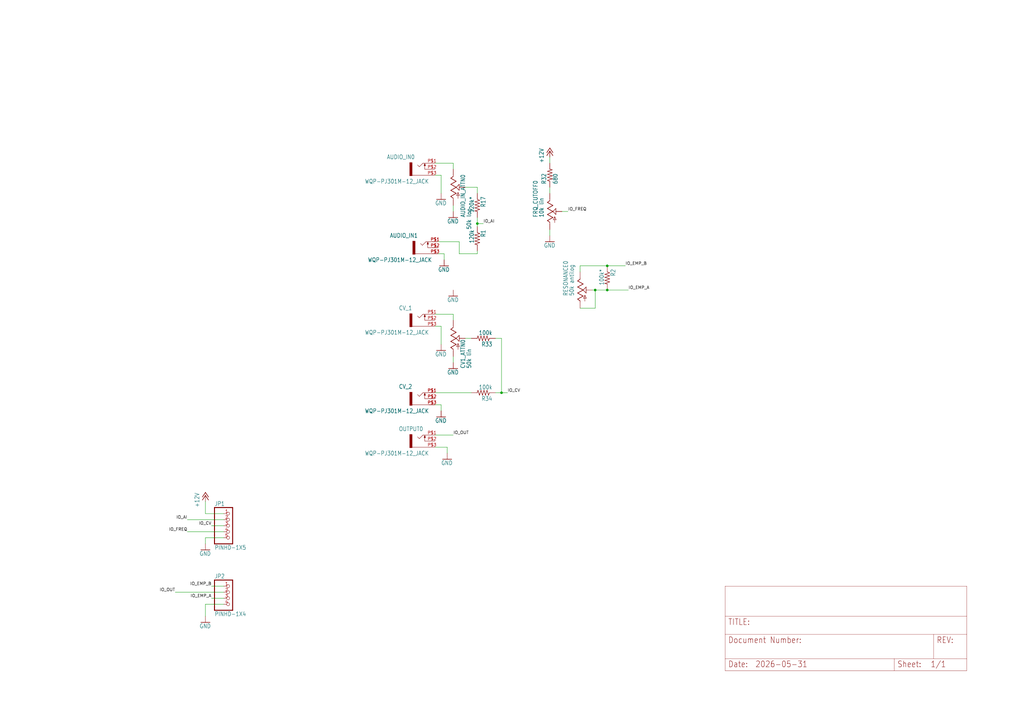
<source format=kicad_sch>
(kicad_sch (version 20231120) (generator "eeschema") (generator_version "8.0")
  (paper "User" 430.454 302.311)
  (lib_symbols
    (symbol "ioboard-eagle-import:+12V" (power)
      (symbol "+12V_1_0"
        (polyline (pts (xy 0 0) (xy -1.27 -1.905)) (stroke (width 0.254)))
        (polyline (pts (xy 0 1.27) (xy -1.27 -0.635)) (stroke (width 0.254)))
        (polyline (pts (xy 1.27 -1.905) (xy 0 0)) (stroke (width 0.254)))
        (polyline (pts (xy 1.27 -0.635) (xy 0 1.27)) (stroke (width 0.254)))
        (pin power_in line (at 0 -2.54 90) (length 2.54) (name "+12V") (number "1"))
      )
    )
    (symbol "ioboard-eagle-import:ALPHA-9MMA"
      (property "Reference" "R" (at -5.08 -2.54 90))
      (symbol "ALPHA-9MMA_1_0"
        (polyline (pts (xy -1.016 -3.81) (xy 1.27 -2.54)) (stroke (width 0.254)))
        (polyline (pts (xy -1.016 -1.27) (xy 1.27 0)) (stroke (width 0.254)))
        (polyline (pts (xy -1.016 1.27) (xy 1.27 2.54)) (stroke (width 0.254)))
        (polyline (pts (xy -1.016 3.81) (xy 0 4.572)) (stroke (width 0.254)))
        (polyline (pts (xy 0 -5.08) (xy 0 -4.572)) (stroke (width 0.1524)))
        (polyline (pts (xy 0 -4.572) (xy -1.016 -3.81)) (stroke (width 0.254)))
        (polyline (pts (xy 0 4.572) (xy 0 5.08)) (stroke (width 0.1524)))
        (polyline (pts (xy 1.27 -2.54) (xy -1.016 -1.27)) (stroke (width 0.254)))
        (polyline (pts (xy 1.27 0) (xy -1.016 1.27)) (stroke (width 0.254)))
        (polyline (pts (xy 1.27 0) (xy 2.54 1.27)) (stroke (width 0.2032)))
        (polyline (pts (xy 1.27 2.54) (xy -1.016 3.81)) (stroke (width 0.254)))
        (polyline (pts (xy 1.397 -3.429) (xy 2.032 -2.159)) (stroke (width 0.1524)))
        (polyline (pts (xy 2.032 -4.699) (xy 2.032 -2.159)) (stroke (width 0.1524)))
        (polyline (pts (xy 2.032 -2.159) (xy 2.667 -3.429)) (stroke (width 0.1524)))
        (polyline (pts (xy 2.54 -1.27) (xy 1.27 0)) (stroke (width 0.2032)))
        (polyline (pts (xy 2.54 1.27) (xy 2.54 -1.27)) (stroke (width 0.2032)))
        (polyline (pts (xy 2.667 -3.429) (xy 1.397 -3.429)) (stroke (width 0.1524)))
        (pin passive line (at 0 -7.62 90) (length 2.54) (name "A") (number "1"))
        (pin passive line (at 5.08 0 180) (length 2.54) (name "S") (number "2"))
        (pin passive line (at 0 7.62 270) (length 2.54) (name "E") (number "3"))
      )
    )
    (symbol "ioboard-eagle-import:DINA3_L"
      (symbol "DINA3_L_1_0"
        (polyline (pts (xy 0 0) (xy 388.62 0) (xy 388.62 264.16) (xy 0 264.16) (xy 0 0)))
      )
      (symbol "DINA3_L_2_0"
        (polyline (pts (xy 0 0) (xy 0 5.08)) (stroke (width 0.1016)))
        (polyline (pts (xy 0 0) (xy 71.12 0)) (stroke (width 0.1016)))
        (polyline (pts (xy 0 5.08) (xy 0 15.24)) (stroke (width 0.1016)))
        (polyline (pts (xy 0 5.08) (xy 71.12 5.08)) (stroke (width 0.1016)))
        (polyline (pts (xy 0 15.24) (xy 0 22.86)) (stroke (width 0.1016)))
        (polyline (pts (xy 0 22.86) (xy 0 35.56)) (stroke (width 0.1016)))
        (polyline (pts (xy 0 22.86) (xy 101.6 22.86)) (stroke (width 0.1016)))
        (polyline (pts (xy 71.12 0) (xy 101.6 0)) (stroke (width 0.1016)))
        (polyline (pts (xy 71.12 5.08) (xy 71.12 0)) (stroke (width 0.1016)))
        (polyline (pts (xy 71.12 5.08) (xy 87.63 5.08)) (stroke (width 0.1016)))
        (polyline (pts (xy 87.63 5.08) (xy 101.6 5.08)) (stroke (width 0.1016)))
        (polyline (pts (xy 87.63 15.24) (xy 0 15.24)) (stroke (width 0.1016)))
        (polyline (pts (xy 87.63 15.24) (xy 87.63 5.08)) (stroke (width 0.1016)))
        (polyline (pts (xy 101.6 5.08) (xy 101.6 0)) (stroke (width 0.1016)))
        (polyline (pts (xy 101.6 15.24) (xy 87.63 15.24)) (stroke (width 0.1016)))
        (polyline (pts (xy 101.6 15.24) (xy 101.6 5.08)) (stroke (width 0.1016)))
        (polyline (pts (xy 101.6 22.86) (xy 101.6 15.24)) (stroke (width 0.1016)))
        (polyline (pts (xy 101.6 35.56) (xy 0 35.56)) (stroke (width 0.1016)))
        (polyline (pts (xy 101.6 35.56) (xy 101.6 22.86)) (stroke (width 0.1016)))
        (text "${#}/${##}" (at 86.36 1.27 0) (effects (font (size 2.54 2.159)) (justify left bottom)))
        (text "${CURRENT_DATE}" (at 12.7 1.27 0) (effects (font (size 2.54 2.159)) (justify left bottom)))
        (text "${PROJECTNAME}" (at 17.78 19.05 0) (effects (font (size 2.54 2.159)) (justify left bottom)))
        (text "Date:" (at 1.27 1.27 0) (effects (font (size 2.54 2.159)) (justify left bottom)))
        (text "Document Number:" (at 1.27 11.43 0) (effects (font (size 2.54 2.159)) (justify left bottom)))
        (text "REV:" (at 88.9 11.43 0) (effects (font (size 2.54 2.159)) (justify left bottom)))
        (text "Sheet:" (at 72.39 1.27 0) (effects (font (size 2.54 2.159)) (justify left bottom)))
        (text "TITLE:" (at 1.27 19.05 0) (effects (font (size 2.54 2.159)) (justify left bottom)))
      )
    )
    (symbol "ioboard-eagle-import:GND" (power)
      (symbol "GND_1_0"
        (polyline (pts (xy -1.905 0) (xy 1.905 0)) (stroke (width 0.254)))
        (pin power_in line (at 0 2.54 270) (length 2.54) (name "GND") (number "1"))
      )
    )
    (symbol "ioboard-eagle-import:PINHD-1X4"
      (property "Reference" "JP" (at -6.35 8.255 0))
      (symbol "PINHD-1X4_1_0"
        (polyline (pts (xy -6.35 -5.08) (xy 1.27 -5.08)) (stroke (width 0.4064)))
        (polyline (pts (xy -6.35 7.62) (xy -6.35 -5.08)) (stroke (width 0.4064)))
        (polyline (pts (xy 1.27 -5.08) (xy 1.27 7.62)) (stroke (width 0.4064)))
        (polyline (pts (xy 1.27 7.62) (xy -6.35 7.62)) (stroke (width 0.4064)))
        (pin passive inverted (at -2.54 5.08 0) (length 2.54) (name "1") (number "1"))
        (pin passive inverted (at -2.54 2.54 0) (length 2.54) (name "2") (number "2"))
        (pin passive inverted (at -2.54 0 0) (length 2.54) (name "3") (number "3"))
        (pin passive inverted (at -2.54 -2.54 0) (length 2.54) (name "4") (number "4"))
      )
    )
    (symbol "ioboard-eagle-import:PINHD-1X5"
      (property "Reference" "JP" (at -6.35 8.255 0))
      (symbol "PINHD-1X5_1_0"
        (polyline (pts (xy -6.35 -7.62) (xy 1.27 -7.62)) (stroke (width 0.4064)))
        (polyline (pts (xy -6.35 7.62) (xy -6.35 -7.62)) (stroke (width 0.4064)))
        (polyline (pts (xy 1.27 -7.62) (xy 1.27 7.62)) (stroke (width 0.4064)))
        (polyline (pts (xy 1.27 7.62) (xy -6.35 7.62)) (stroke (width 0.4064)))
        (pin passive inverted (at -2.54 5.08 0) (length 2.54) (name "1") (number "1"))
        (pin passive inverted (at -2.54 2.54 0) (length 2.54) (name "2") (number "2"))
        (pin passive inverted (at -2.54 0 0) (length 2.54) (name "3") (number "3"))
        (pin passive inverted (at -2.54 -2.54 0) (length 2.54) (name "4") (number "4"))
        (pin passive inverted (at -2.54 -5.08 0) (length 2.54) (name "5") (number "5"))
      )
    )
    (symbol "ioboard-eagle-import:R-US_0204/7"
      (property "Reference" "R" (at -3.81 1.4986 0))
      (symbol "R-US_0204/7_1_0"
        (polyline (pts (xy -2.54 0) (xy -2.159 1.016)) (stroke (width 0.2032)))
        (polyline (pts (xy -2.159 1.016) (xy -1.524 -1.016)) (stroke (width 0.2032)))
        (polyline (pts (xy -1.524 -1.016) (xy -0.889 1.016)) (stroke (width 0.2032)))
        (polyline (pts (xy -0.889 1.016) (xy -0.254 -1.016)) (stroke (width 0.2032)))
        (polyline (pts (xy -0.254 -1.016) (xy 0.381 1.016)) (stroke (width 0.2032)))
        (polyline (pts (xy 0.381 1.016) (xy 1.016 -1.016)) (stroke (width 0.2032)))
        (polyline (pts (xy 1.016 -1.016) (xy 1.651 1.016)) (stroke (width 0.2032)))
        (polyline (pts (xy 1.651 1.016) (xy 2.286 -1.016)) (stroke (width 0.2032)))
        (polyline (pts (xy 2.286 -1.016) (xy 2.54 0)) (stroke (width 0.2032)))
        (pin passive line (at -5.08 0 0) (length 2.54) (name "1") (number "1"))
        (pin passive line (at 5.08 0 180) (length 2.54) (name "2") (number "2"))
      )
    )
    (symbol "ioboard-eagle-import:WQP-PJ301M-12_JACK"
      (symbol "WQP-PJ301M-12_JACK_1_0"
        (polyline (pts (xy -2.54 -2.54) (xy 4.572 -2.54)) (stroke (width 0.1524)))
        (polyline (pts (xy -2.54 0) (xy -0.762 0)) (stroke (width 0.1524)))
        (polyline (pts (xy -2.54 2.54) (xy 0 2.54)) (stroke (width 0.1524)))
        (polyline (pts (xy -1.016 1.524) (xy -0.508 1.524)) (stroke (width 0.254)))
        (polyline (pts (xy -0.762 0) (xy -0.762 2.286)) (stroke (width 0.1524)))
        (polyline (pts (xy -0.762 2.286) (xy -1.016 1.524)) (stroke (width 0.254)))
        (polyline (pts (xy -0.508 1.524) (xy -0.762 2.286)) (stroke (width 0.254)))
        (polyline (pts (xy 0 2.54) (xy 1.524 1.016)) (stroke (width 0.1524)))
        (polyline (pts (xy 1.524 1.016) (xy 2.286 1.778)) (stroke (width 0.1524)))
        (rectangle (start 4.572 2.794) (end 5.588 -2.794) (fill (type outline)))
        (pin passive line (at -5.08 2.54 0) (length 2.54) (name "2") (number "P$1"))
        (pin passive line (at -5.08 0 0) (length 2.54) (name "3") (number "P$2"))
        (pin passive line (at -5.08 -2.54 0) (length 2.54) (name "1") (number "P$3"))
      )
    )
  )
  (junction (at 255.27 121.92))
  (junction (at 210.82 165.1))
  (junction (at 255.27 111.76))
  (junction (at 250.19 121.92))
  (junction (at 200.66 93.98))
  (wire (pts (xy 182.88 182.88) (xy 190.5 182.88)) (stroke (width 0.1524)))
  (wire (pts (xy 231.14 99.06) (xy 231.14 96.52)) (stroke (width 0.1524)))
  (wire (pts (xy 93.98 254) (xy 86.36 254)) (stroke (width 0.1524)))
  (wire (pts (xy 182.88 68.58) (xy 190.5 68.58)) (stroke (width 0.1524)))
  (wire (pts (xy 86.36 226.06) (xy 86.36 228.6)) (stroke (width 0.1524)))
  (wire (pts (xy 210.82 165.1) (xy 210.82 142.24)) (stroke (width 0.1524)))
  (wire (pts (xy 93.98 246.38) (xy 88.9 246.38)) (stroke (width 0.1524)))
  (wire (pts (xy 200.66 93.98) (xy 200.66 91.44)) (stroke (width 0.1524)))
  (wire (pts (xy 243.84 129.54) (xy 250.19 129.54)))
  (wire (pts (xy 255.27 121.92) (xy 264.16 121.92)) (stroke (width 0.1524)))
  (wire (pts (xy 86.36 254) (xy 86.36 259.08)) (stroke (width 0.1524)))
  (wire (pts (xy 195.58 142.24) (xy 198.12 142.24)) (stroke (width 0.1524)))
  (wire (pts (xy 93.98 215.9) (xy 86.36 215.9)) (stroke (width 0.1524)))
  (wire (pts (xy 190.5 68.58) (xy 190.5 71.12)) (stroke (width 0.1524)))
  (wire (pts (xy 185.42 73.66) (xy 185.42 81.28)) (stroke (width 0.1524)))
  (wire (pts (xy 200.66 93.98) (xy 203.2 93.98)) (stroke (width 0.1524)))
  (wire (pts (xy 93.98 220.98) (xy 88.9 220.98)) (stroke (width 0.1524)))
  (wire (pts (xy 255.27 111.76) (xy 262.89 111.76)) (stroke (width 0.1524)))
  (wire (pts (xy 231.14 81.28) (xy 231.14 78.74)) (stroke (width 0.1524)))
  (wire (pts (xy 243.84 114.3) (xy 243.84 111.76)) (stroke (width 0.1524)))
  (wire (pts (xy 236.22 88.9) (xy 238.76 88.9)) (stroke (width 0.1524)))
  (wire (pts (xy 208.28 142.24) (xy 210.82 142.24)) (stroke (width 0.1524)))
  (wire (pts (xy 93.98 251.46) (xy 88.9 251.46)) (stroke (width 0.1524)))
  (wire (pts (xy 182.88 132.08) (xy 190.5 132.08)) (stroke (width 0.1524)))
  (wire (pts (xy 200.66 93.98) (xy 200.66 95.25)))
  (wire (pts (xy 93.98 226.06) (xy 86.36 226.06)) (stroke (width 0.1524)))
  (wire (pts (xy 182.88 170.18) (xy 185.42 170.18)) (stroke (width 0.1524)))
  (wire (pts (xy 198.12 165.1) (xy 182.88 165.1)) (stroke (width 0.1524)))
  (wire (pts (xy 208.28 165.1) (xy 210.82 165.1)) (stroke (width 0.1524)))
  (wire (pts (xy 248.92 121.92) (xy 250.19 121.92)) (stroke (width 0.1524)))
  (wire (pts (xy 182.88 187.96) (xy 187.96 187.96)) (stroke (width 0.1524)))
  (wire (pts (xy 187.96 187.96) (xy 187.96 190.5)) (stroke (width 0.1524)))
  (wire (pts (xy 182.88 73.66) (xy 185.42 73.66)) (stroke (width 0.1524)))
  (wire (pts (xy 93.98 248.92) (xy 73.66 248.92)) (stroke (width 0.1524)))
  (wire (pts (xy 200.66 106.68) (xy 200.66 105.41)))
  (wire (pts (xy 195.58 78.74) (xy 200.66 78.74)) (stroke (width 0.1524)))
  (wire (pts (xy 185.42 137.16) (xy 185.42 144.78)) (stroke (width 0.1524)))
  (wire (pts (xy 193.04 101.6) (xy 193.04 106.68)))
  (wire (pts (xy 231.14 68.58) (xy 231.14 66.04)) (stroke (width 0.1524)))
  (wire (pts (xy 190.5 86.36) (xy 190.5 88.9)) (stroke (width 0.1524)))
  (wire (pts (xy 250.19 129.54) (xy 250.19 121.92)))
  (wire (pts (xy 184.15 106.68) (xy 186.69 106.68)))
  (wire (pts (xy 190.5 132.08) (xy 190.5 134.62)) (stroke (width 0.1524)))
  (wire (pts (xy 190.5 152.4) (xy 190.5 149.86)) (stroke (width 0.1524)))
  (wire (pts (xy 185.42 170.18) (xy 185.42 172.72)) (stroke (width 0.1524)))
  (wire (pts (xy 93.98 218.44) (xy 78.74 218.44)) (stroke (width 0.1524)))
  (wire (pts (xy 250.19 121.92) (xy 255.27 121.92)) (stroke (width 0.1524)))
  (wire (pts (xy 184.15 101.6) (xy 193.04 101.6)))
  (wire (pts (xy 210.82 165.1) (xy 213.36 165.1)) (stroke (width 0.1524)))
  (wire (pts (xy 78.74 223.52) (xy 93.98 223.52)) (stroke (width 0.1524)))
  (wire (pts (xy 200.66 78.74) (xy 200.66 81.28)) (stroke (width 0.1524)))
  (wire (pts (xy 186.69 106.68) (xy 186.69 109.22)))
  (wire (pts (xy 182.88 137.16) (xy 185.42 137.16)) (stroke (width 0.1524)))
  (wire (pts (xy 193.04 106.68) (xy 200.66 106.68)))
  (wire (pts (xy 243.84 111.76) (xy 255.27 111.76)) (stroke (width 0.1524)))
  (wire (pts (xy 86.36 215.9) (xy 86.36 210.82)) (stroke (width 0.1524)))
  (label "IO_EMP_A" (at 88.9 251.46 180) (effects (font (size 1.2446 1.2446))))
  (label "IO_CV" (at 213.36 165.1 0) (effects (font (size 1.2446 1.2446))))
  (label "IO_EMP_B" (at 262.89 111.76 0) (effects (font (size 1.2446 1.2446))))
  (label "IO_AI" (at 203.2 93.98 0) (effects (font (size 1.2446 1.2446))))
  (label "IO_CV" (at 88.9 220.98 180) (effects (font (size 1.2446 1.2446))))
  (label "IO_FREQ" (at 78.74 223.52 180) (effects (font (size 1.2446 1.2446))))
  (label "IO_OUT" (at 190.5 182.88 0) (effects (font (size 1.2446 1.2446))))
  (label "IO_AI" (at 78.74 218.44 180) (effects (font (size 1.2446 1.2446))))
  (label "IO_EMP_B" (at 88.9 246.38 180) (effects (font (size 1.2446 1.2446))))
  (label "IO_FREQ" (at 238.76 88.9 0) (effects (font (size 1.2446 1.2446))))
  (label "IO_OUT" (at 73.66 248.92 180) (effects (font (size 1.2446 1.2446))))
  (label "IO_EMP_A" (at 264.16 121.92 0) (effects (font (size 1.2446 1.2446))))
  (symbol (lib_id "ioboard-eagle-import:WQP-PJ301M-12_JACK") (at 179.07 104.14 0) (mirror y) (unit 1)
    (property "Reference" "AUDIO_IN1" (at 163.83 98.044 0) (effects (font (size 1.778 1.5113)) (justify right top)))
    (property "Value" "WQP-PJ301M-12_JACK" (at 181.61 110.236 0) (effects (font (size 1.778 1.5113)) (justify left bottom)))
    (property "Footprint" "ioboard:WQP-PJ301M-12_JACK" (effects (hide yes)))
  )
  (symbol (lib_id "ioboard-eagle-import:R-US_0204/7") (at 231.14 73.66 90) (unit 1)
    (property "Reference" "R32" (at 229.6414 77.47 0) (effects (font (size 1.778 1.5113)) (justify left bottom)))
    (property "Value" "680" (at 234.442 77.47 0) (effects (font (size 1.778 1.5113)) (justify left bottom)))
    (property "Footprint" "ioboard:0204_7" (effects (hide yes)))
  )
  (symbol (lib_id "ioboard-eagle-import:WQP-PJ301M-12_JACK") (at 177.8 167.64 0) (mirror y) (unit 1)
    (property "Reference" "CV_2" (at 167.64 161.544 0) (effects (font (size 1.778 1.5113)) (justify right top)))
    (property "Value" "WQP-PJ301M-12_JACK" (at 180.34 173.736 0) (effects (font (size 1.778 1.5113)) (justify left bottom)))
    (property "Footprint" "ioboard:WQP-PJ301M-12_JACK" (effects (hide yes)))
  )
  (symbol (lib_id "ioboard-eagle-import:DINA3_L") (at 304.8 281.94 0) (unit 2)
    (property "Reference" "#FRAME1" (effects (hide yes)))
    (property "Value" "DINA3_L" (effects (hide yes)))
  )
  (symbol (lib_id "ioboard-eagle-import:WQP-PJ301M-12_JACK") (at 177.8 185.42 0) (mirror y) (unit 1)
    (property "Reference" "OUTPUT0" (at 167.64 179.324 0) (effects (font (size 1.778 1.5113)) (justify right top)))
    (property "Value" "WQP-PJ301M-12_JACK" (at 180.34 191.516 0) (effects (font (size 1.778 1.5113)) (justify left bottom)))
    (property "Footprint" "ioboard:WQP-PJ301M-12_JACK" (effects (hide yes)))
  )
  (symbol (lib_id "ioboard-eagle-import:GND") (at 185.42 175.26 0) (unit 1)
    (property "Reference" "#GND019" (effects (hide yes)))
    (property "Value" "GND" (at 182.88 177.8 0) (effects (font (size 1.778 1.5113)) (justify left bottom)))
  )
  (symbol (lib_id "ioboard-eagle-import:ALPHA-9MMA") (at 190.5 142.24 0) (unit 1)
    (property "Reference" "CV1_ATTN0" (at 195.58 154.94 90) (effects (font (size 1.778 1.5113)) (justify left bottom)))
    (property "Value" "50k lin" (at 198.12 154.94 90) (effects (font (size 1.778 1.5113)) (justify left bottom)))
    (property "Footprint" "ioboard:EVUF" (effects (hide yes)))
  )
  (symbol (lib_id "ioboard-eagle-import:WQP-PJ301M-12_JACK") (at 177.8 71.12 0) (mirror y) (unit 1)
    (property "Reference" "AUDIO_IN0" (at 162.56 65.024 0) (effects (font (size 1.778 1.5113)) (justify right top)))
    (property "Value" "WQP-PJ301M-12_JACK" (at 180.34 77.216 0) (effects (font (size 1.778 1.5113)) (justify left bottom)))
    (property "Footprint" "ioboard:WQP-PJ301M-12_JACK" (effects (hide yes)))
  )
  (symbol (lib_id "ioboard-eagle-import:ALPHA-9MMA") (at 190.5 78.74 0) (unit 1)
    (property "Reference" "AUDIO_IN_ATTN0" (at 195.58 91.44 90) (effects (font (size 1.778 1.5113)) (justify left bottom)))
    (property "Value" "50k log" (at 198.12 96.52 90) (effects (font (size 1.778 1.5113)) (justify left bottom)))
    (property "Footprint" "ioboard:EVUF" (effects (hide yes)))
  )
  (symbol (lib_id "ioboard-eagle-import:R-US_0204/7") (at 203.2 142.24 180) (unit 1)
    (property "Reference" "R33" (at 207.01 143.7386 0) (effects (font (size 1.778 1.5113)) (justify left bottom)))
    (property "Value" "100k" (at 207.01 138.938 0) (effects (font (size 1.778 1.5113)) (justify left bottom)))
    (property "Footprint" "ioboard:0204_7" (effects (hide yes)))
  )
  (symbol (lib_id "ioboard-eagle-import:PINHD-1X4") (at 96.52 251.46 0) (unit 1)
    (property "Reference" "JP2" (at 90.17 243.205 0) (effects (font (size 1.778 1.5113)) (justify left bottom)))
    (property "Value" "PINHD-1X4" (at 90.17 259.08 0) (effects (font (size 1.778 1.5113)) (justify left bottom)))
    (property "Footprint" "ioboard:1X04" (effects (hide yes)))
  )
  (symbol (lib_id "ioboard-eagle-import:+12V") (at 86.36 208.28 0) (unit 1)
    (property "Reference" "#P+07" (effects (hide yes)))
    (property "Value" "+12V" (at 83.82 213.36 90) (effects (font (size 1.778 1.5113)) (justify left bottom)))
  )
  (symbol (lib_id "ioboard-eagle-import:GND") (at 86.36 231.14 0) (unit 1)
    (property "Reference" "#GND013" (effects (hide yes)))
    (property "Value" "GND" (at 83.82 233.68 0) (effects (font (size 1.778 1.5113)) (justify left bottom)))
  )
  (symbol (lib_id "ioboard-eagle-import:GND") (at 190.5 91.44 0) (unit 1)
    (property "Reference" "#GND023" (effects (hide yes)))
    (property "Value" "GND" (at 187.96 93.98 0) (effects (font (size 1.778 1.5113)) (justify left bottom)))
  )
  (symbol (lib_id "ioboard-eagle-import:ALPHA-9MMA") (at 231.14 88.9 0) (unit 1)
    (property "Reference" "FRQ_CUTOFF0" (at 226.06 91.44 90) (effects (font (size 1.778 1.5113)) (justify left bottom)))
    (property "Value" "10k lin" (at 228.6 91.44 90) (effects (font (size 1.778 1.5113)) (justify left bottom)))
    (property "Footprint" "ioboard:EVUF" (effects (hide yes)))
  )
  (symbol (lib_id "ioboard-eagle-import:R-US_0204/7") (at 200.66 100.33 270) (unit 1)
    (property "Reference" "R1" (at 202.1586 96.52 0) (effects (font (size 1.778 1.5113)) (justify left bottom)))
    (property "Value" "120k" (at 197.358 96.52 0) (effects (font (size 1.778 1.5113)) (justify left bottom)))
    (property "Footprint" "ioboard:0204_7" (effects (hide yes)))
  )
  (symbol (lib_id "ioboard-eagle-import:R-US_0204/7") (at 203.2 165.1 180) (unit 1)
    (property "Reference" "R34" (at 207.01 166.5986 0) (effects (font (size 1.778 1.5113)) (justify left bottom)))
    (property "Value" "100k" (at 207.01 161.798 0) (effects (font (size 1.778 1.5113)) (justify left bottom)))
    (property "Footprint" "ioboard:0204_7" (effects (hide yes)))
  )
  (symbol (lib_id "ioboard-eagle-import:+12V") (at 231.14 63.5 0) (unit 1)
    (property "Reference" "#P+08" (effects (hide yes)))
    (property "Value" "+12V" (at 228.6 68.58 90) (effects (font (size 1.778 1.5113)) (justify left bottom)))
  )
  (symbol (lib_id "ioboard-eagle-import:GND") (at 185.42 147.32 0) (unit 1)
    (property "Reference" "#GND018" (effects (hide yes)))
    (property "Value" "GND" (at 182.88 149.86 0) (effects (font (size 1.778 1.5113)) (justify left bottom)))
  )
  (symbol (lib_id "ioboard-eagle-import:R-US_0204/7") (at 255.27 116.84 270) (unit 1)
    (property "Reference" "R2" (at 256.7686 113.03 0) (effects (font (size 1.778 1.5113)) (justify left bottom)))
    (property "Value" "100k*" (at 251.968 113.03 0) (effects (font (size 1.778 1.5113)) (justify left bottom)))
    (property "Footprint" "ioboard:0204_7" (effects (hide yes)))
  )
  (symbol (lib_id "ioboard-eagle-import:GND") (at 190.5 154.94 0) (unit 1)
    (property "Reference" "#GND021" (effects (hide yes)))
    (property "Value" "GND" (at 187.96 157.48 0) (effects (font (size 1.778 1.5113)) (justify left bottom)))
  )
  (symbol (lib_id "ioboard-eagle-import:GND") (at 86.36 261.62 0) (unit 1)
    (property "Reference" "#GND014" (effects (hide yes)))
    (property "Value" "GND" (at 83.82 264.16 0) (effects (font (size 1.778 1.5113)) (justify left bottom)))
  )
  (symbol (lib_id "ioboard-eagle-import:GND") (at 185.42 83.82 0) (unit 1)
    (property "Reference" "#GND016" (effects (hide yes)))
    (property "Value" "GND" (at 182.88 86.36 0) (effects (font (size 1.778 1.5113)) (justify left bottom)))
  )
  (symbol (lib_id "ioboard-eagle-import:GND") (at 186.69 111.76 0) (unit 1)
    (property "Reference" "#GND01" (effects (hide yes)))
    (property "Value" "GND" (at 184.15 114.3 0) (effects (font (size 1.778 1.5113)) (justify left bottom)))
  )
  (symbol (lib_id "ioboard-eagle-import:WQP-PJ301M-12_JACK") (at 177.8 134.62 0) (mirror y) (unit 1)
    (property "Reference" "CV_1" (at 167.64 128.524 0) (effects (font (size 1.778 1.5113)) (justify right top)))
    (property "Value" "WQP-PJ301M-12_JACK" (at 180.34 140.716 0) (effects (font (size 1.778 1.5113)) (justify left bottom)))
    (property "Footprint" "ioboard:WQP-PJ301M-12_JACK" (effects (hide yes)))
  )
  (symbol (lib_id "ioboard-eagle-import:ALPHA-9MMA") (at 243.84 121.92 0) (unit 1)
    (property "Reference" "RESONANCE0" (at 238.76 124.46 90) (effects (font (size 1.778 1.5113)) (justify left bottom)))
    (property "Value" "50k antilog" (at 241.3 124.46 90) (effects (font (size 1.778 1.5113)) (justify left bottom)))
    (property "Footprint" "ioboard:EVUF" (effects (hide yes)))
  )
  (symbol (lib_id "ioboard-eagle-import:PINHD-1X5") (at 96.52 220.98 0) (unit 1)
    (property "Reference" "JP1" (at 90.17 212.725 0) (effects (font (size 1.778 1.5113)) (justify left bottom)))
    (property "Value" "PINHD-1X5" (at 90.17 231.14 0) (effects (font (size 1.778 1.5113)) (justify left bottom)))
    (property "Footprint" "ioboard:1X05" (effects (hide yes)))
  )
  (symbol (lib_id "ioboard-eagle-import:GND") (at 231.14 101.6 0) (unit 1)
    (property "Reference" "#GND015" (effects (hide yes)))
    (property "Value" "GND" (at 228.6 104.14 0) (effects (font (size 1.778 1.5113)) (justify left bottom)))
  )
  (symbol (lib_id "ioboard-eagle-import:GND") (at 187.96 193.04 0) (unit 1)
    (property "Reference" "#GND020" (effects (hide yes)))
    (property "Value" "GND" (at 185.42 195.58 0) (effects (font (size 1.778 1.5113)) (justify left bottom)))
  )
  (symbol (lib_id "ioboard-eagle-import:R-US_0204/7") (at 200.66 86.36 270) (unit 1)
    (property "Reference" "R17" (at 202.1586 82.55 0) (effects (font (size 1.778 1.5113)) (justify left bottom)))
    (property "Value" "120k*" (at 197.358 82.55 0) (effects (font (size 1.778 1.5113)) (justify left bottom)))
    (property "Footprint" "ioboard:0204_7" (effects (hide yes)))
  )
  (symbol (lib_id "ioboard-eagle-import:GND") (at 190.5 124.46 0) (unit 1)
    (property "Reference" "#GND022" (effects (hide yes)))
    (property "Value" "GND" (at 187.96 127 0) (effects (font (size 1.778 1.5113)) (justify left bottom)))
  )
)
</source>
